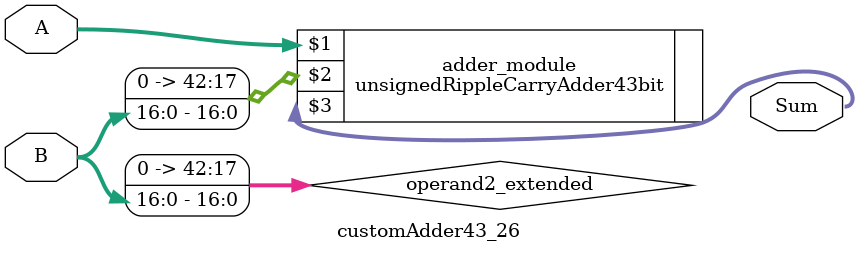
<source format=v>
module customAdder43_26(
                        input [42 : 0] A,
                        input [16 : 0] B,
                        
                        output [43 : 0] Sum
                );

        wire [42 : 0] operand2_extended;
        
        assign operand2_extended =  {26'b0, B};
        
        unsignedRippleCarryAdder43bit adder_module(
            A,
            operand2_extended,
            Sum
        );
        
        endmodule
        
</source>
